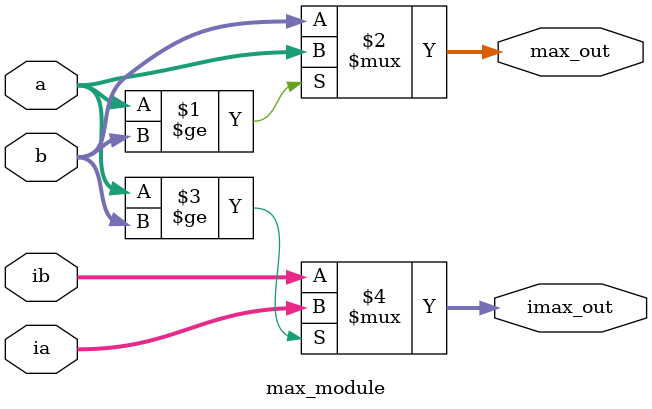
<source format=v>
module max_module #(
  parameter K = 8,
  parameter I = 2
) (
  input [K-1:0] a,
  input [K-1:0] b,
  input [I-1:0] ia,
  input [I-1:0] ib,
  output [K-1:0] max_out,
  output [I-1:0] imax_out
);

    assign max_out = (a >= b) ? a:b;
    assign imax_out = (a >= b) ? ia:ib;

endmodule


</source>
